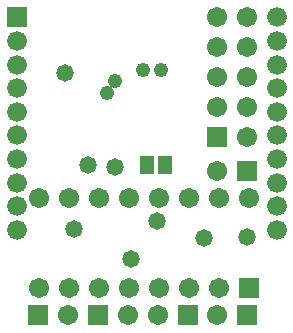
<source format=gts>
%FSLAX24Y24*%
%MOIN*%
G70*
G01*
G75*
G04 Layer_Color=8388736*
%ADD10R,0.0433X0.0551*%
%ADD11C,0.0100*%
%ADD12C,0.0150*%
%ADD13C,0.0300*%
%ADD14C,0.0250*%
%ADD15C,0.0200*%
%ADD16C,0.0580*%
%ADD17R,0.0580X0.0580*%
%ADD18R,0.0591X0.0591*%
%ADD19C,0.0591*%
%ADD20R,0.0591X0.0591*%
%ADD21C,0.0500*%
%ADD22C,0.0400*%
%ADD23R,0.0618X0.0906*%
%ADD24R,0.0276X0.0354*%
%ADD25R,0.0354X0.0276*%
%ADD26R,0.0315X0.0315*%
%ADD27O,0.0532X0.0217*%
%ADD28O,0.0217X0.0532*%
%ADD29R,0.0236X0.0551*%
%ADD30R,0.0236X0.0354*%
G04:AMPARAMS|DCode=31|XSize=70.9mil|YSize=141.7mil|CornerRadius=0mil|HoleSize=0mil|Usage=FLASHONLY|Rotation=0.000|XOffset=0mil|YOffset=0mil|HoleType=Round|Shape=Octagon|*
%AMOCTAGOND31*
4,1,8,-0.0177,0.0709,0.0177,0.0709,0.0354,0.0532,0.0354,-0.0532,0.0177,-0.0709,-0.0177,-0.0709,-0.0354,-0.0532,-0.0354,0.0532,-0.0177,0.0709,0.0*
%
%ADD31OCTAGOND31*%

%ADD32R,0.0315X0.0315*%
%ADD33R,0.0513X0.0631*%
%ADD34C,0.0660*%
%ADD35R,0.0660X0.0660*%
%ADD36R,0.0671X0.0671*%
%ADD37C,0.0671*%
%ADD38R,0.0671X0.0671*%
%ADD39C,0.0480*%
D16*
X45360Y35160D02*
D03*
X49760Y32840D02*
D03*
X44446Y35246D02*
D03*
X43680Y38320D02*
D03*
X45880Y32120D02*
D03*
X48320Y32800D02*
D03*
X44000Y33120D02*
D03*
X46760Y33360D02*
D03*
D33*
X47015Y35240D02*
D03*
X46425D02*
D03*
D34*
X50741Y40160D02*
D03*
Y39373D02*
D03*
Y38585D02*
D03*
Y37798D02*
D03*
Y37011D02*
D03*
Y36223D02*
D03*
Y35436D02*
D03*
Y34649D02*
D03*
Y33861D02*
D03*
Y33074D02*
D03*
X42080D02*
D03*
Y33861D02*
D03*
Y34649D02*
D03*
Y35436D02*
D03*
Y36223D02*
D03*
Y37011D02*
D03*
Y37798D02*
D03*
Y38585D02*
D03*
Y39373D02*
D03*
D35*
Y40160D02*
D03*
D36*
X44800Y30240D02*
D03*
X42800D02*
D03*
X47800D02*
D03*
X49760D02*
D03*
Y35040D02*
D03*
D37*
X45800Y30240D02*
D03*
X43800D02*
D03*
X46800D02*
D03*
X48760D02*
D03*
X42820Y34140D02*
D03*
X43820D02*
D03*
X44820D02*
D03*
X45820D02*
D03*
X46820D02*
D03*
X47820D02*
D03*
X48820D02*
D03*
X49820D02*
D03*
X42820Y31140D02*
D03*
X43820D02*
D03*
X44820D02*
D03*
X45820D02*
D03*
X46820D02*
D03*
X47820D02*
D03*
X48820D02*
D03*
X49760Y40160D02*
D03*
X48760D02*
D03*
X49760Y39160D02*
D03*
X48760D02*
D03*
X49760Y38160D02*
D03*
X48760D02*
D03*
X49760Y37160D02*
D03*
X48760D02*
D03*
X49760Y36160D02*
D03*
X48760Y35040D02*
D03*
D38*
X49820Y31140D02*
D03*
X48760Y36160D02*
D03*
D39*
X45360Y38040D02*
D03*
X45073Y37637D02*
D03*
X46880Y38400D02*
D03*
X46280D02*
D03*
M02*

</source>
